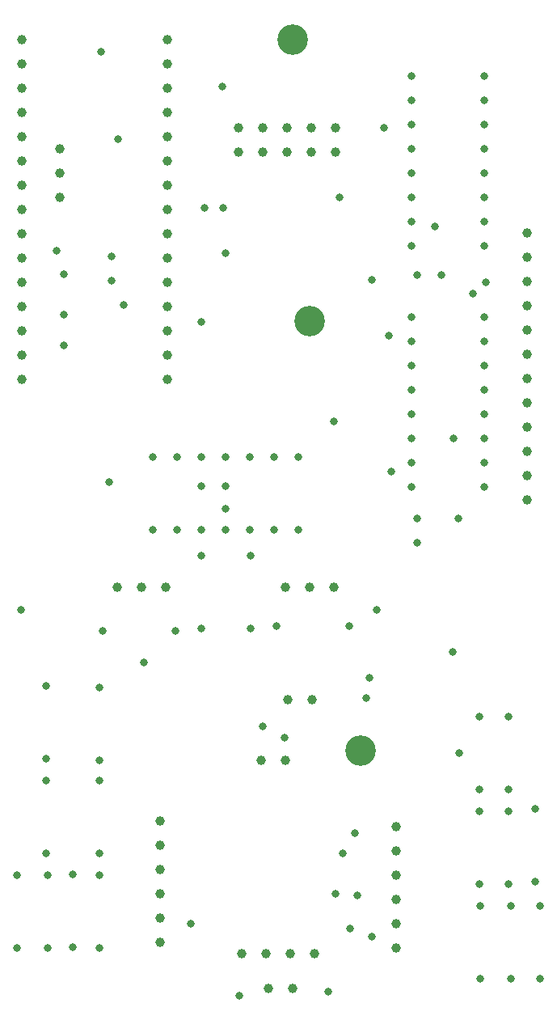
<source format=gbr>
%TF.GenerationSoftware,KiCad,Pcbnew,(6.0.1-0)*%
%TF.CreationDate,2022-12-12T12:20:11+02:00*%
%TF.ProjectId,EurorackDualPitchQuantizerBack,4575726f-7261-4636-9b44-75616c506974,rev?*%
%TF.SameCoordinates,Original*%
%TF.FileFunction,Plated,1,2,PTH,Drill*%
%TF.FilePolarity,Positive*%
%FSLAX46Y46*%
G04 Gerber Fmt 4.6, Leading zero omitted, Abs format (unit mm)*
G04 Created by KiCad (PCBNEW (6.0.1-0)) date 2022-12-12 12:20:11*
%MOMM*%
%LPD*%
G01*
G04 APERTURE LIST*
%TA.AperFunction,ViaDrill*%
%ADD10C,0.800000*%
%TD*%
%TA.AperFunction,ComponentDrill*%
%ADD11C,0.800000*%
%TD*%
%TA.AperFunction,ComponentDrill*%
%ADD12C,1.000000*%
%TD*%
%TA.AperFunction,ComponentDrill*%
%ADD13C,3.200000*%
%TD*%
G04 APERTURE END LIST*
D10*
X14986000Y-81026000D03*
X18745200Y-43484800D03*
X19475700Y-45923200D03*
X19475700Y-50190400D03*
X19475700Y-53390800D03*
X23368000Y-22606000D03*
X24180800Y-67665600D03*
X24434800Y-46634400D03*
X24485600Y-44094400D03*
X25146000Y-31750000D03*
X25704800Y-49123600D03*
X27889200Y-86563200D03*
X32766000Y-113950500D03*
X33832800Y-50901600D03*
X34239200Y-39014400D03*
X36068000Y-26263600D03*
X36169600Y-38963600D03*
X36423600Y-43688000D03*
X36423600Y-70510400D03*
X37846000Y-121462800D03*
X40284400Y-93268800D03*
X42621200Y-94437200D03*
X47193200Y-121005600D03*
X47752000Y-61315600D03*
X47904400Y-110744000D03*
X48387000Y-37871400D03*
X48666400Y-106527600D03*
X49428400Y-114452400D03*
X49987200Y-104444800D03*
X50190400Y-110947200D03*
X51155600Y-90271600D03*
X51460400Y-88188800D03*
X51714400Y-46482000D03*
X51765200Y-115265200D03*
X52222400Y-81076800D03*
X53035200Y-30632400D03*
X53492400Y-52374800D03*
X53746400Y-66598800D03*
X58318400Y-40894000D03*
X60198000Y-85496400D03*
X60299600Y-63144400D03*
X60807600Y-71526400D03*
X60909200Y-96012000D03*
X62331600Y-47955200D03*
X63703200Y-46736000D03*
D11*
%TO.C,R2*%
X14579600Y-108813600D03*
X14579600Y-116433600D03*
%TO.C,R6*%
X17627600Y-89001600D03*
X17627600Y-96621600D03*
%TO.C,R4*%
X17627600Y-98907600D03*
X17627600Y-106527600D03*
%TO.C,D2*%
X17754600Y-108813600D03*
X17754600Y-116433600D03*
%TO.C,D1*%
X20370800Y-108762800D03*
X20370800Y-116382800D03*
%TO.C,R5*%
X23215600Y-89154000D03*
X23215600Y-96774000D03*
%TO.C,R3*%
X23215600Y-98958400D03*
X23215600Y-106578400D03*
%TO.C,R1*%
X23215600Y-108813600D03*
X23215600Y-116433600D03*
%TO.C,R16*%
X23520400Y-83235800D03*
%TO.C,U3*%
X28808600Y-65064800D03*
X28808600Y-72684800D03*
%TO.C,R16*%
X31140400Y-83235800D03*
%TO.C,U3*%
X31348600Y-65064800D03*
X31348600Y-72684800D03*
%TO.C,C3*%
X33872800Y-68072000D03*
%TO.C,R14*%
X33883600Y-75387200D03*
X33883600Y-83007200D03*
%TO.C,U3*%
X33888600Y-65064800D03*
X33888600Y-72684800D03*
%TO.C,C3*%
X36372800Y-68072000D03*
%TO.C,U3*%
X36428600Y-65064800D03*
X36428600Y-72684800D03*
X38968600Y-65064800D03*
X38968600Y-72684800D03*
%TO.C,R13*%
X39014400Y-75387200D03*
X39014400Y-83007200D03*
%TO.C,U3*%
X41508600Y-65064800D03*
X41508600Y-72684800D03*
%TO.C,R15*%
X41706800Y-82778600D03*
%TO.C,U3*%
X44048600Y-65064800D03*
X44048600Y-72684800D03*
%TO.C,R15*%
X49326800Y-82778600D03*
%TO.C,U2*%
X55880000Y-25146000D03*
X55880000Y-27686000D03*
X55880000Y-30226000D03*
X55880000Y-32766000D03*
X55880000Y-35306000D03*
X55880000Y-37846000D03*
X55880000Y-40386000D03*
X55880000Y-42926000D03*
%TO.C,U1*%
X55880000Y-50444400D03*
X55880000Y-52984400D03*
X55880000Y-55524400D03*
X55880000Y-58064400D03*
X55880000Y-60604400D03*
X55880000Y-63144400D03*
X55880000Y-65684400D03*
X55880000Y-68224400D03*
%TO.C,C1*%
X56438800Y-71526400D03*
X56438800Y-74026400D03*
%TO.C,C2*%
X56489600Y-46024800D03*
X58989600Y-46024800D03*
%TO.C,R8*%
X62992000Y-92202000D03*
X62992000Y-99822000D03*
%TO.C,R10*%
X62992000Y-102108000D03*
X62992000Y-109728000D03*
%TO.C,D4*%
X63119000Y-112014000D03*
X63119000Y-119634000D03*
%TO.C,U2*%
X63500000Y-25146000D03*
X63500000Y-27686000D03*
X63500000Y-30226000D03*
X63500000Y-32766000D03*
X63500000Y-35306000D03*
X63500000Y-37846000D03*
X63500000Y-40386000D03*
X63500000Y-42926000D03*
%TO.C,U1*%
X63500000Y-50444400D03*
X63500000Y-52984400D03*
X63500000Y-55524400D03*
X63500000Y-58064400D03*
X63500000Y-60604400D03*
X63500000Y-63144400D03*
X63500000Y-65684400D03*
X63500000Y-68224400D03*
%TO.C,R7*%
X66040000Y-92202000D03*
X66040000Y-99822000D03*
%TO.C,R9*%
X66040000Y-102108000D03*
X66040000Y-109728000D03*
%TO.C,R12*%
X66294000Y-112014000D03*
X66294000Y-119634000D03*
%TO.C,D3*%
X68834000Y-101854000D03*
X68834000Y-109474000D03*
%TO.C,R11*%
X69342000Y-112014000D03*
X69342000Y-119634000D03*
D12*
%TO.C,A1*%
X15087600Y-21336000D03*
X15087600Y-23876000D03*
X15087600Y-26416000D03*
X15087600Y-28956000D03*
X15087600Y-31496000D03*
X15087600Y-34036000D03*
X15087600Y-36576000D03*
X15087600Y-39116000D03*
X15087600Y-41656000D03*
X15087600Y-44196000D03*
X15087600Y-46736000D03*
X15087600Y-49276000D03*
X15087600Y-51816000D03*
X15087600Y-54356000D03*
X15087600Y-56896000D03*
%TO.C,J7*%
X19050000Y-32766000D03*
X19050000Y-35306000D03*
X19050000Y-37846000D03*
%TO.C,R18*%
X25044400Y-78663800D03*
X27584400Y-78663800D03*
%TO.C,J6*%
X29514800Y-103124000D03*
X29514800Y-105664000D03*
X29514800Y-108204000D03*
X29514800Y-110744000D03*
X29514800Y-113284000D03*
X29514800Y-115824000D03*
%TO.C,R18*%
X30124400Y-78663800D03*
%TO.C,A1*%
X30327600Y-21336000D03*
X30327600Y-23876000D03*
X30327600Y-26416000D03*
X30327600Y-28956000D03*
X30327600Y-31496000D03*
X30327600Y-34036000D03*
X30327600Y-36576000D03*
X30327600Y-39116000D03*
X30327600Y-41656000D03*
X30327600Y-44196000D03*
X30327600Y-46736000D03*
X30327600Y-49276000D03*
X30327600Y-51816000D03*
X30327600Y-54356000D03*
X30327600Y-56896000D03*
%TO.C,J3*%
X37800200Y-30576600D03*
X37800200Y-33116600D03*
%TO.C,J1*%
X38110000Y-117043200D03*
%TO.C,J4*%
X40127000Y-96774000D03*
%TO.C,J3*%
X40340200Y-30576600D03*
X40340200Y-33116600D03*
%TO.C,J1*%
X40650000Y-117043200D03*
%TO.C,J8*%
X40889000Y-120650000D03*
%TO.C,J4*%
X42667000Y-96774000D03*
%TO.C,R17*%
X42697400Y-78689200D03*
%TO.C,J3*%
X42880200Y-30576600D03*
X42880200Y-33116600D03*
%TO.C,J10*%
X42946000Y-90424000D03*
%TO.C,J1*%
X43190000Y-117043200D03*
%TO.C,J8*%
X43429000Y-120650000D03*
%TO.C,R17*%
X45237400Y-78689200D03*
%TO.C,J3*%
X45420200Y-30576600D03*
X45420200Y-33116600D03*
%TO.C,J10*%
X45486000Y-90424000D03*
%TO.C,J1*%
X45730000Y-117043200D03*
%TO.C,R17*%
X47777400Y-78689200D03*
%TO.C,J3*%
X47960200Y-30576600D03*
X47960200Y-33116600D03*
%TO.C,J5*%
X54305200Y-103784400D03*
X54305200Y-106324400D03*
X54305200Y-108864400D03*
X54305200Y-111404400D03*
X54305200Y-113944400D03*
X54305200Y-116484400D03*
%TO.C,J2*%
X67965000Y-41651000D03*
X67965000Y-44191000D03*
X67965000Y-46731000D03*
X67965000Y-49271000D03*
X67965000Y-51811000D03*
X67965000Y-54351000D03*
X67965000Y-56891000D03*
X67965000Y-59431000D03*
X67965000Y-61971000D03*
X67965000Y-64511000D03*
X67965000Y-67051000D03*
X67965000Y-69591000D03*
D13*
%TO.C,REF\u002A\u002A*%
X43434000Y-21336000D03*
X45212000Y-50800000D03*
X50546000Y-95758000D03*
M02*

</source>
